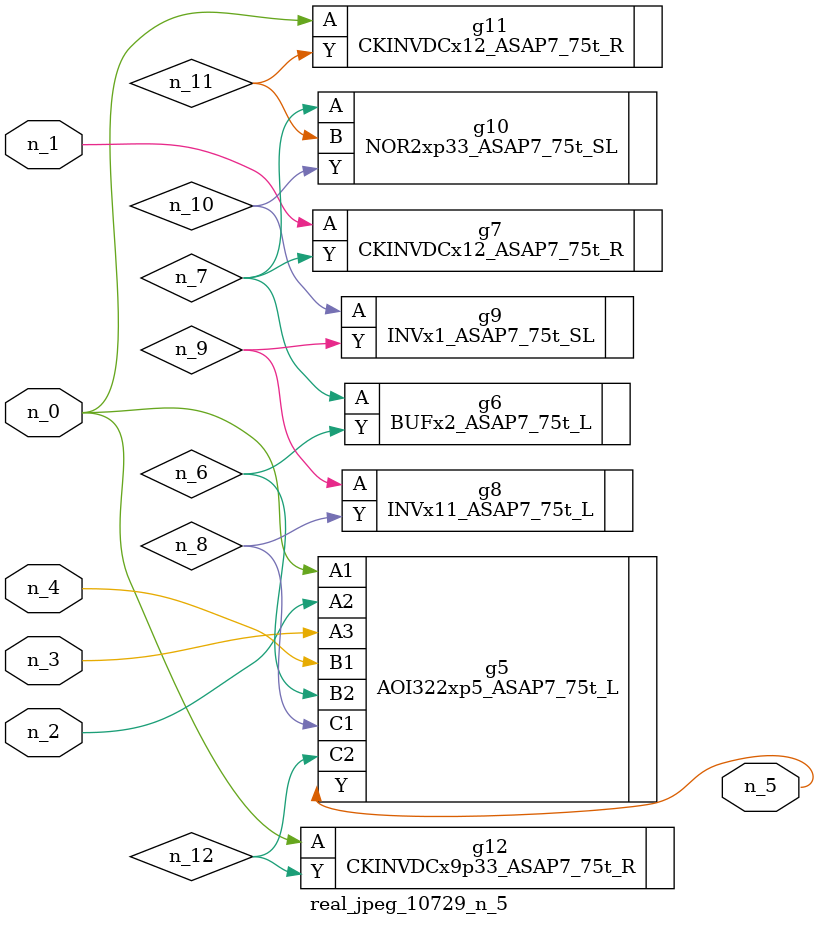
<source format=v>
module real_jpeg_10729_n_5 (n_4, n_0, n_1, n_2, n_3, n_5);

input n_4;
input n_0;
input n_1;
input n_2;
input n_3;

output n_5;

wire n_12;
wire n_8;
wire n_11;
wire n_6;
wire n_7;
wire n_10;
wire n_9;

AOI322xp5_ASAP7_75t_L g5 ( 
.A1(n_0),
.A2(n_2),
.A3(n_3),
.B1(n_4),
.B2(n_6),
.C1(n_8),
.C2(n_12),
.Y(n_5)
);

CKINVDCx12_ASAP7_75t_R g11 ( 
.A(n_0),
.Y(n_11)
);

CKINVDCx9p33_ASAP7_75t_R g12 ( 
.A(n_0),
.Y(n_12)
);

CKINVDCx12_ASAP7_75t_R g7 ( 
.A(n_1),
.Y(n_7)
);

BUFx2_ASAP7_75t_L g6 ( 
.A(n_7),
.Y(n_6)
);

NOR2xp33_ASAP7_75t_SL g10 ( 
.A(n_7),
.B(n_11),
.Y(n_10)
);

INVx11_ASAP7_75t_L g8 ( 
.A(n_9),
.Y(n_8)
);

INVx1_ASAP7_75t_SL g9 ( 
.A(n_10),
.Y(n_9)
);


endmodule
</source>
